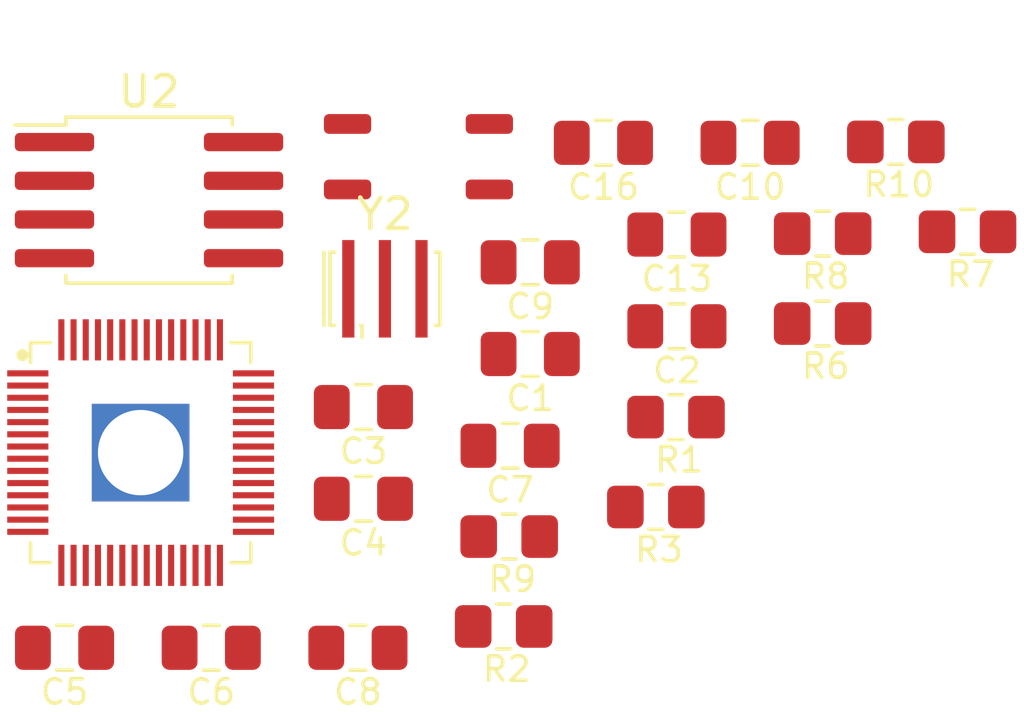
<source format=kicad_pcb>
(kicad_pcb (version 20211014) (generator pcbnew)
  (title_block (title "main board") (date "2022-11-26") (rev "V2.2") (company "Saeki.A"))
  (layers (0 "F.Cu" signal) (31 "B.Cu" signal) (34 "B.Paste" user) (35 "F.Paste" user) (36 "B.SilkS" user "B.Silkscreen") (37 "F.SilkS" user "F.Silkscreen") (38 "B.Mask" user) (39 "F.Mask" user) (44 "Edge.Cuts" user))
  (net 0 "")
  (net 1 "GND")
  (net 2 "+1V1")
  (net 3 "+3V3")
  (net 4 "Net-(R3-Pad1)")
  (net 5 "Net-(C9-Pad1)")
  (net 6 "USB_DM")
  (net 7 "USB_DP")
  (net 8 "ADC_VREF")
  (net 9 "QSPI_SS")
  (net 10 "QSPI_SD1")
  (net 11 "QSPI_SD2")
  (net 12 "QSPI_SD0")
  (net 13 "QSPI_CLK")
  (net 14 "QSPI_SD3")
  (net 15 "Net-(R1-Pad1)")
  (net 16 "Net-(R2-Pad1)")
  (net 17 "Net-(R6-Pad1)")
  (net 18 "Net-(R6-Pad2)")
  (net 19 "/RUN(RES){slash}30")
  (net 20 "/GPIO00{slash}01")
  (net 21 "/GPIO01{slash}02")
  (net 22 "/GPIO02{slash}04")
  (net 23 "/GPIO03{slash}05")
  (net 24 "/GPIO04{slash}06")
  (net 25 "/GPIO05{slash}07")
  (net 26 "/GPIO06{slash}09")
  (net 27 "/GPIO07{slash}10")
  (net 28 "/GPIO08{slash}11")
  (net 29 "/GPIO09{slash}12")
  (net 30 "/GPIO10{slash}14")
  (net 31 "/GPIO11{slash}15")
  (net 32 "/GPIO12{slash}16")
  (net 33 "/GPIO13{slash}17")
  (net 34 "/GPIO14{slash}19")
  (net 35 "/GPIO15{slash}20")
  (net 36 "Net-(U1-Pad20)")
  (net 39 "/GPIO16{slash}21")
  (net 40 "/GPIO17{slash}22")
  (net 41 "/GPIO18{slash}24")
  (net 42 "/GPIO19{slash}25")
  (net 43 "/GPIO20{slash}26")
  (net 44 "/GPIO21{slash}27")
  (net 45 "/GPIO22{slash}29")
  (net 49 "/GPIO26{slash}31")
  (net 50 "/GPIO27{slash}32")
  (net 51 "/GPIO28{slash}34")
  (footprint "rp2040-dev-board:Capacitor_0805_2012" (layer "F.Cu") (at 65.35 153.64)
    (fp_text reference "C8" (at 0 1.45 180) (layer "F.SilkS") (effects (font (size 0.8 0.8) (thickness 0.12))))
    (fp_text value "100nF")
    (fp_line (start -0.261252 -0.735) (end 0.261252 -0.735) (layer "F.SilkS") (width 0.12))
    (fp_line (start -0.261252 0.735) (end 0.261252 0.735) (layer "F.SilkS") (width 0.12))
    (pad "1" smd roundrect (at -1.0375 0) (size 1.175 1.45) (layers "F.Cu" "F.Paste" "F.Mask") (roundrect_rratio 0.212766) (net 3 "+3V3"))
    (pad "2" smd roundrect (at 1.0375 0) (size 1.175 1.45) (layers "F.Cu" "F.Paste" "F.Mask") (roundrect_rratio 0.212766) (net 1 "GND"))
  )
  (footprint "rp2040-dev-board:Register_0805_2012" (layer "F.Cu") (at 70.41 149.89)
    (fp_text reference "R9" (at 0 1.5 180) (layer "F.SilkS") (effects (font (size 0.8 0.8) (thickness 0.12))))
    (fp_text value "200R")
    (fp_line (start -0.327064 0.835) (end 0.127064 0.835) (layer "F.SilkS") (width 0.12))
    (fp_line (start -0.327064 -0.635) (end 0.127064 -0.635) (layer "F.SilkS") (width 0.12))
    (pad "1" smd roundrect (at -1.1 0.1) (size 1.2 1.4) (layers "F.Cu" "F.Paste" "F.Mask") (roundrect_rratio 0.208333) (net 8 "ADC_VREF"))
    (pad "2" smd roundrect (at 0.9 0.1) (size 1.2 1.4) (layers "F.Cu" "F.Paste" "F.Mask") (roundrect_rratio 0.208333) (net 3 "+3V3"))
  )
  (footprint "rp2040-dev-board:Capacitor_0805_2012" (layer "F.Cu") (at 71 140.99)
    (fp_text reference "C9" (at 0 1.45 180) (layer "F.SilkS") (effects (font (size 0.8 0.8) (thickness 0.12))))
    (fp_text value "1uF")
    (fp_line (start -0.261252 0.735) (end 0.261252 0.735) (layer "F.SilkS") (width 0.12))
    (fp_line (start -0.261252 -0.735) (end 0.261252 -0.735) (layer "F.SilkS") (width 0.12))
    (pad "1" smd roundrect (at -1.0375 0) (size 1.175 1.45) (layers "F.Cu" "F.Paste" "F.Mask") (roundrect_rratio 0.212766) (net 5 "Net-(C9-Pad1)"))
    (pad "2" smd roundrect (at 1.0375 0) (size 1.175 1.45) (layers "F.Cu" "F.Paste" "F.Mask") (roundrect_rratio 0.212766) (net 1 "GND"))
  )
  (footprint "rp2040-dev-board:Capacitor_0805_2012" (layer "F.Cu") (at 65.53 145.74)
    (fp_text reference "C3" (at 0 1.45 180) (layer "F.SilkS") (effects (font (size 0.8 0.8) (thickness 0.12))))
    (fp_text value "1uF")
    (fp_line (start -0.261252 0.735) (end 0.261252 0.735) (layer "F.SilkS") (width 0.12))
    (fp_line (start -0.261252 -0.735) (end 0.261252 -0.735) (layer "F.SilkS") (width 0.12))
    (pad "1" smd roundrect (at -1.0375 0) (size 1.175 1.45) (layers "F.Cu" "F.Paste" "F.Mask") (roundrect_rratio 0.212766) (net 2 "+1V1"))
    (pad "2" smd roundrect (at 1.0375 0) (size 1.175 1.45) (layers "F.Cu" "F.Paste" "F.Mask") (roundrect_rratio 0.212766) (net 1 "GND"))
  )
  (footprint "rp2040-dev-board:W25Q16-128JV-SOIC" (layer "F.Cu") (at 58.5 138.95)
    (fp_text reference "U2" (at 0 -3.56) (layer "F.SilkS"))
    (fp_text value "W25Q128JVS")
    (fp_line (start 0 2.725) (end 2.725 2.725) (layer "F.SilkS") (width 0.12))
    (fp_line (start -2.725 -2.465) (end -4.4 -2.465) (layer "F.SilkS") (width 0.12))
    (fp_line (start -2.725 2.725) (end -2.725 2.465) (layer "F.SilkS") (width 0.12))
    (fp_line (start 0 -2.725) (end 2.725 -2.725) (layer "F.SilkS") (width 0.12))
    (fp_line (start -2.725 -2.725) (end -2.725 -2.465) (layer "F.SilkS") (width 0.12))
    (fp_line (start 0 2.725) (end -2.725 2.725) (layer "F.SilkS") (width 0.12))
    (fp_line (start 2.725 2.725) (end 2.725 2.465) (layer "F.SilkS") (width 0.12))
    (fp_line (start 2.725 -2.725) (end 2.725 -2.465) (layer "F.SilkS") (width 0.12))
    (fp_line (start 0 -2.725) (end -2.725 -2.725) (layer "F.SilkS") (width 0.12))
    (pad "1" smd roundrect (at -3.1 -1.905) (size 2.6 0.6) (layers "F.Cu" "F.Paste" "F.Mask") (net 9 "QSPI_SS"))
    (pad "2" smd roundrect (at -3.1 -0.635) (size 2.6 0.6) (layers "F.Cu" "F.Paste" "F.Mask") (net 10 "QSPI_SD1"))
    (pad "3" smd roundrect (at -3.1 0.635) (size 2.6 0.6) (layers "F.Cu" "F.Paste" "F.Mask") (net 11 "QSPI_SD2"))
    (pad "4" smd roundrect (at -3.1 1.905) (size 2.6 0.6) (layers "F.Cu" "F.Paste" "F.Mask") (net 1 "GND"))
    (pad "5" smd roundrect (at 3.1 1.905) (size 2.6 0.6) (layers "F.Cu" "F.Paste" "F.Mask") (net 12 "QSPI_SD0"))
    (pad "6" smd roundrect (at 3.1 0.635) (size 2.6 0.6) (layers "F.Cu" "F.Paste" "F.Mask") (net 13 "QSPI_CLK"))
    (pad "7" smd roundrect (at 3.1 -0.635) (size 2.6 0.6) (layers "F.Cu" "F.Paste" "F.Mask") (net 14 "QSPI_SD3"))
    (pad "8" smd roundrect (at 3.1 -1.905) (size 2.6 0.6) (layers "F.Cu" "F.Paste" "F.Mask") (net 3 "+3V3"))
  )
  (footprint "rp2040-dev-board:Capacitor_0805_2012" (layer "F.Cu") (at 70.34 147.01)
    (fp_text reference "C7" (at 0 1.45 180) (layer "F.SilkS") (effects (font (size 0.8 0.8) (thickness 0.12))))
    (fp_text value "100nF")
    (fp_line (start -0.261252 0.735) (end 0.261252 0.735) (layer "F.SilkS") (width 0.12))
    (fp_line (start -0.261252 -0.735) (end 0.261252 -0.735) (layer "F.SilkS") (width 0.12))
    (pad "1" smd roundrect (at -1.0375 0) (size 1.175 1.45) (layers "F.Cu" "F.Paste" "F.Mask") (roundrect_rratio 0.212766) (net 3 "+3V3"))
    (pad "2" smd roundrect (at 1.0375 0) (size 1.175 1.45) (layers "F.Cu" "F.Paste" "F.Mask") (roundrect_rratio 0.212766) (net 1 "GND"))
  )
  (footprint "rp2040-dev-board:RP2040_hand" (layer "F.Cu") (at 58.225 147.235)
    (fp_text reference "U1" hide)
    (fp_text value "RP2040" hide)
    (fp_line (start -3.61 -3.61) (end -3.61 -2.96) (layer "F.SilkS") (width 0.12))
    (fp_line (start 2.96 -3.61) (end 3.61 -3.61) (layer "F.SilkS") (width 0.12))
    (fp_line (start 2.96 3.61) (end 3.61 3.61) (layer "F.SilkS") (width 0.12))
    (fp_line (start -3.61 3.61) (end -3.61 2.96) (layer "F.SilkS") (width 0.12))
    (fp_line (start -2.96 -3.61) (end -3.61 -3.61) (layer "F.SilkS") (width 0.12))
    (fp_line (start 3.61 -3.61) (end 3.61 -2.96) (layer "F.SilkS") (width 0.12))
    (fp_line (start -2.96 3.61) (end -3.61 3.61) (layer "F.SilkS") (width 0.12))
    (fp_line (start 3.61 3.61) (end 3.61 2.96) (layer "F.SilkS") (width 0.12))
    (fp_circle (center -3.875 -3.2) (end -3.875 -3.1) (layer "F.SilkS") (width 0.2) (fill none))
    (pad "1" smd rect (at -3.7 -2.6 90) (size 0.2 1.35) (layers "F.Cu" "F.Paste" "F.Mask") (net 3 "+3V3"))
    (pad "2" smd rect (at -3.7 -2.2 90) (size 0.2 1.35) (layers "F.Cu" "F.Paste" "F.Mask") (net 20 "/GPIO00{slash}01"))
    (pad "3" smd rect (at -3.7 -1.8 90) (size 0.2 1.35) (layers "F.Cu" "F.Paste" "F.Mask") (net 21 "/GPIO01{slash}02"))
    (pad "4" smd rect (at -3.7 -1.4 90) (size 0.2 1.35) (layers "F.Cu" "F.Paste" "F.Mask") (net 22 "/GPIO02{slash}04"))
    (pad "5" smd rect (at -3.7 -1 90) (size 0.2 1.35) (layers "F.Cu" "F.Paste" "F.Mask") (net 23 "/GPIO03{slash}05"))
    (pad "6" smd rect (at -3.7 -0.6 90) (size 0.2 1.35) (layers "F.Cu" "F.Paste" "F.Mask") (net 24 "/GPIO04{slash}06"))
    (pad "7" smd rect (at -3.7 -0.2 90) (size 0.2 1.35) (layers "F.Cu" "F.Paste" "F.Mask") (net 25 "/GPIO05{slash}07"))
    (pad "8" smd rect (at -3.7 0.2 90) (size 0.2 1.35) (layers "F.Cu" "F.Paste" "F.Mask") (net 26 "/GPIO06{slash}09"))
    (pad "9" smd rect (at -3.7 0.6 90) (size 0.2 1.35) (layers "F.Cu" "F.Paste" "F.Mask") (net 27 "/GPIO07{slash}10"))
    (pad "10" smd rect (at -3.7 1 90) (size 0.2 1.35) (layers "F.Cu" "F.Paste" "F.Mask") (net 3 "+3V3"))
    (pad "11" smd rect (at -3.7 1.4 90) (size 0.2 1.35) (layers "F.Cu" "F.Paste" "F.Mask") (net 28 "/GPIO08{slash}11"))
    (pad "12" smd rect (at -3.7 1.8 90) (size 0.2 1.35) (layers "F.Cu" "F.Paste" "F.Mask") (net 29 "/GPIO09{slash}12"))
    (pad "13" smd rect (at -3.7 2.2 90) (size 0.2 1.35) (layers "F.Cu" "F.Paste" "F.Mask") (net 30 "/GPIO10{slash}14"))
    (pad "14" smd rect (at -3.7 2.6 90) (size 0.2 1.35) (layers "F.Cu" "F.Paste" "F.Mask") (net 31 "/GPIO11{slash}15"))
    (pad "15" smd rect (at -2.6 3.7) (size 0.2 1.35) (layers "F.Cu" "F.Paste" "F.Mask") (net 32 "/GPIO12{slash}16"))
    (pad "16" smd rect (at -2.2 3.7) (size 0.2 1.35) (layers "F.Cu" "F.Paste" "F.Mask") (net 33 "/GPIO13{slash}17"))
    (pad "17" smd rect (at -1.8 3.7) (size 0.2 1.35) (layers "F.Cu" "F.Paste" "F.Mask") (net 34 "/GPIO14{slash}19"))
    (pad "18" smd rect (at -1.4 3.7) (size 0.2 1.35) (layers "F.Cu" "F.Paste" "F.Mask") (net 35 "/GPIO15{slash}20"))
    (pad "19" smd rect (at -1 3.7) (size 0.2 1.35) (layers "F.Cu" "F.Paste" "F.Mask") (net 1 "GND"))
    (pad "20" smd rect (at -0.6 3.7) (size 0.2 1.35) (layers "F.Cu" "F.Paste" "F.Mask") (net 36 "Net-(U1-Pad20)"))
    (pad "21" smd rect (at -0.2 3.7) (size 0.2 1.35) (layers "F.Cu" "F.Paste" "F.Mask") (net 17 "Net-(R6-Pad1)"))
    (pad "22" smd rect (at 0.2 3.7) (size 0.2 1.35) (layers "F.Cu" "F.Paste" "F.Mask") (net 3 "+3V3"))
    (pad "23" smd rect (at 0.6 3.7) (size 0.2 1.35) (layers "F.Cu" "F.Paste" "F.Mask") (net 2 "+1V1"))
    (pad "24" smd rect (at 1 3.7) (size 0.2 1.35) (layers "F.Cu" "F.Paste" "F.Mask"))
    (pad "25" smd rect (at 1.4 3.7) (size 0.2 1.35) (layers "F.Cu" "F.Paste" "F.Mask"))
    (pad "26" smd rect (at 1.8 3.7) (size 0.2 1.35) (layers "F.Cu" "F.Paste" "F.Mask") (net 19 "/RUN(RES){slash}30"))
    (pad "27" smd rect (at 2.2 3.7) (size 0.2 1.35) (layers "F.Cu" "F.Paste" "F.Mask") (net 39 "/GPIO16{slash}21"))
    (pad "28" smd rect (at 2.6 3.7) (size 0.2 1.35) (layers "F.Cu" "F.Paste" "F.Mask") (net 40 "/GPIO17{slash}22"))
    (pad "29" smd rect (at 3.7 2.6 90) (size 0.2 1.35) (layers "F.Cu" "F.Paste" "F.Mask") (net 41 "/GPIO18{slash}24"))
    (pad "30" smd rect (at 3.7 2.2 90) (size 0.2 1.35) (layers "F.Cu" "F.Paste" "F.Mask") (net 42 "/GPIO19{slash}25"))
    (pad "31" smd rect (at 3.7 1.8 90) (size 0.2 1.35) (layers "F.Cu" "F.Paste" "F.Mask") (net 43 "/GPIO20{slash}26"))
    (pad "32" smd rect (at 3.7 1.4 90) (size 0.2 1.35) (layers "F.Cu" "F.Paste" "F.Mask") (net 44 "/GPIO21{slash}27"))
    (pad "33" smd rect (at 3.7 1 90) (size 0.2 1.35) (layers "F.Cu" "F.Paste" "F.Mask") (net 3 "+3V3"))
    (pad "34" smd rect (at 3.7 0.6 90) (size 0.2 1.35) (layers "F.Cu" "F.Paste" "F.Mask") (net 45 "/GPIO22{slash}29"))
    (pad "35" smd rect (at 3.7 0.2 90) (size 0.2 1.35) (layers "F.Cu" "F.Paste" "F.Mask"))
    (pad "36" smd rect (at 3.7 -0.2 90) (size 0.2 1.35) (layers "F.Cu" "F.Paste" "F.Mask"))
    (pad "37" smd rect (at 3.7 -0.6 90) (size 0.2 1.35) (layers "F.Cu" "F.Paste" "F.Mask"))
    (pad "38" smd rect (at 3.7 -1 90) (size 0.2 1.35) (layers "F.Cu" "F.Paste" "F.Mask") (net 49 "/GPIO26{slash}31"))
    (pad "39" smd rect (at 3.7 -1.4 90) (size 0.2 1.35) (layers "F.Cu" "F.Paste" "F.Mask") (net 50 "/GPIO27{slash}32"))
    (pad "40" smd rect (at 3.7 -1.8 90) (size 0.2 1.35) (layers "F.Cu" "F.Paste" "F.Mask") (net 51 "/GPIO28{slash}34"))
    (pad "41" smd rect (at 3.7 -2.2 90) (size 0.2 1.35) (layers "F.Cu" "F.Paste" "F.Mask"))
    (pad "42" smd rect (at 3.7 -2.6 90) (size 0.2 1.35) (layers "F.Cu" "F.Paste" "F.Mask") (net 3 "+3V3"))
    (pad "43" smd rect (at 2.6 -3.7) (size 0.2 1.35) (layers "F.Cu" "F.Paste" "F.Mask") (net 5 "Net-(C9-Pad1)"))
    (pad "44" smd rect (at 2.2 -3.7) (size 0.2 1.35) (layers "F.Cu" "F.Paste" "F.Mask") (net 3 "+3V3"))
    (pad "45" smd rect (at 1.8 -3.7) (size 0.2 1.35) (layers "F.Cu" "F.Paste" "F.Mask") (net 2 "+1V1"))
    (pad "46" smd rect (at 1.4 -3.7) (size 0.2 1.35) (layers "F.Cu" "F.Paste" "F.Mask") (net 16 "Net-(R2-Pad1)"))
    (pad "47" smd rect (at 1 -3.7) (size 0.2 1.35) (layers "F.Cu" "F.Paste" "F.Mask") (net 15 "Net-(R1-Pad1)"))
    (pad "48" smd rect (at 0.6 -3.7) (size 0.2 1.35) (layers "F.Cu" "F.Paste" "F.Mask") (net 3 "+3V3"))
    (pad "49" smd rect (at 0.2 -3.7) (size 0.2 1.35) (layers "F.Cu" "F.Paste" "F.Mask") (net 3 "+3V3"))
    (pad "50" smd rect (at -0.2 -3.7) (size 0.2 1.35) (layers "F.Cu" "F.Paste" "F.Mask") (net 2 "+1V1"))
    (pad "51" smd rect (at -0.6 -3.7) (size 0.2 1.35) (layers "F.Cu" "F.Paste" "F.Mask") (net 14 "QSPI_SD3"))
    (pad "52" smd rect (at -1 -3.7) (size 0.2 1.35) (layers "F.Cu" "F.Paste" "F.Mask") (net 13 "QSPI_CLK"))
    (pad "53" smd rect (at -1.4 -3.7) (size 0.2 1.35) (layers "F.Cu" "F.Paste" "F.Mask") (net 12 "QSPI_SD0"))
    (pad "54" smd rect (at -1.8 -3.7) (size 0.2 1.35) (layers "F.Cu" "F.Paste" "F.Mask") (net 11 "QSPI_SD2"))
    (pad "55" smd rect (at -2.2 -3.7) (size 0.2 1.35) (layers "F.Cu" "F.Paste" "F.Mask") (net 10 "QSPI_SD1"))
    (pad "56" smd rect (at -2.6 -3.7) (size 0.2 1.35) (layers "F.Cu" "F.Paste" "F.Mask") (net 9 "QSPI_SS"))
    (pad "57" thru_hole rect (at 0 0) (size 3.2 3.2) (drill 2.8) (layers *.Cu *.Mask) (net 1 "GND"))
  )
  (footprint "rp2040-dev-board:Register_0805_2012" (layer "F.Cu") (at 75.22 148.92)
    (fp_text reference "R3" (at 0 1.5 180) (layer "F.SilkS") (effects (font (size 0.8 0.8) (thickness 0.12))))
    (fp_text value "1kR")
    (fp_line (start -0.327064 0.835) (end 0.127064 0.835) (layer "F.SilkS") (width 0.12))
    (fp_line (start -0.327064 -0.635) (end 0.127064 -0.635) (layer "F.SilkS") (width 0.12))
    (pad "1" smd roundrect (at -1.1 0.1) (size 1.2 1.4) (layers "F.Cu" "F.Paste" "F.Mask") (roundrect_rratio 0.208333) (net 4 "Net-(R3-Pad1)"))
    (pad "2" smd roundrect (at 0.9 0.1) (size 1.2 1.4) (layers "F.Cu" "F.Paste" "F.Mask") (roundrect_rratio 0.208333) (net 9 "QSPI_SS"))
  )
  (footprint "rp2040-dev-board:Capacitor_0805_2012" (layer "F.Cu") (at 71 144)
    (fp_text reference "C1" (at 0 1.45 180) (layer "F.SilkS") (effects (font (size 0.8 0.8) (thickness 0.12))))
    (fp_text value "100nF")
    (fp_line (start -0.261252 0.735) (end 0.261252 0.735) (layer "F.SilkS") (width 0.12))
    (fp_line (start -0.261252 -0.735) (end 0.261252 -0.735) (layer "F.SilkS") (width 0.12))
    (pad "1" smd roundrect (at -1.0375 0) (size 1.175 1.45) (layers "F.Cu" "F.Paste" "F.Mask") (roundrect_rratio 0.212766) (net 2 "+1V1"))
    (pad "2" smd roundrect (at 1.0375 0) (size 1.175 1.45) (layers "F.Cu" "F.Paste" "F.Mask") (roundrect_rratio 0.212766) (net 1 "GND"))
  )
  (footprint "rp2040-dev-board:Capacitor_0805_2012" (layer "F.Cu") (at 75.81 143.09)
    (fp_text reference "C2" (at 0 1.45 180) (layer "F.SilkS") (effects (font (size 0.8 0.8) (thickness 0.12))))
    (fp_text value "100nF")
    (fp_line (start -0.261252 -0.735) (end 0.261252 -0.735) (layer "F.SilkS") (width 0.12))
    (fp_line (start -0.261252 0.735) (end 0.261252 0.735) (layer "F.SilkS") (width 0.12))
    (pad "1" smd roundrect (at -1.0375 0) (size 1.175 1.45) (layers "F.Cu" "F.Paste" "F.Mask") (roundrect_rratio 0.212766) (net 2 "+1V1"))
    (pad "2" smd roundrect (at 1.0375 0) (size 1.175 1.45) (layers "F.Cu" "F.Paste" "F.Mask") (roundrect_rratio 0.212766) (net 1 "GND"))
  )
  (footprint "rp2040-dev-board:Capacitor_0805_2012" (layer "F.Cu") (at 75.81 140.08)
    (fp_text reference "C13" (at 0 1.45 180) (layer "F.SilkS") (effects (font (size 0.8 0.8) (thickness 0.12))))
    (fp_text value "100nF")
    (fp_line (start -0.261252 0.735) (end 0.261252 0.735) (layer "F.SilkS") (width 0.12))
    (fp_line (start -0.261252 -0.735) (end 0.261252 -0.735) (layer "F.SilkS") (width 0.12))
    (pad "1" smd roundrect (at -1.0375 0) (size 1.175 1.45) (layers "F.Cu" "F.Paste" "F.Mask") (roundrect_rratio 0.212766) (net 3 "+3V3"))
    (pad "2" smd roundrect (at 1.0375 0) (size 1.175 1.45) (layers "F.Cu" "F.Paste" "F.Mask") (roundrect_rratio 0.212766) (net 1 "GND"))
  )
  (footprint "rp2040-dev-board:Register_0805_2012" (layer "F.Cu") (at 80.69 139.95)
    (fp_text reference "R8" (at 0 1.5 180) (layer "F.SilkS") (effects (font (size 0.8 0.8) (thickness 0.12))))
    (fp_text value "10kR")
    (fp_line (start -0.327064 -0.635) (end 0.127064 -0.635) (layer "F.SilkS") (width 0.12))
    (fp_line (start -0.327064 0.835) (end 0.127064 0.835) (layer "F.SilkS") (width 0.12))
    (pad "1" smd roundrect (at -1.1 0.1) (size 1.2 1.4) (layers "F.Cu" "F.Paste" "F.Mask") (roundrect_rratio 0.208333) (net 9 "QSPI_SS"))
    (pad "2" smd roundrect (at 0.9 0.1) (size 1.2 1.4) (layers "F.Cu" "F.Paste" "F.Mask") (roundrect_rratio 0.208333) (net 3 "+3V3"))
  )
  (footprint "Crystal:Resonator_SMD_Murata_CSTxExxV-3Pin_3.0x1.1mm_HandSoldering" (layer "F.Cu") (at 66.235 141.86)
    (fp_text reference "Y2" (at 0 -2.45) (layer "F.SilkS"))
    (fp_text value "12Mhz")
    (fp_line (start -0.75 1.2) (end -0.75 1.6) (layer "F.SilkS") (width 0.12))
    (fp_line (start 1.8 -1.2) (end 1.8 0.8) (layer "F.SilkS") (width 0.12))
    (fp_line (start -1.8 0.8) (end -1.8 1.2) (layer "F.SilkS") (width 0.12))
    (fp_line (start -1.8 0.8) (end -1.8 -1.2) (layer "F.SilkS") (width 0.12))
    (fp_line (start -2 -1.2) (end -2 0.8) (layer "F.SilkS") (width 0.12))
    (fp_line (start -1.8 -1.2) (end -1.65 -1.2) (layer "F.SilkS") (width 0.12))
    (fp_line (start -2 0.8) (end -2 1.2) (layer "F.SilkS") (width 0.12))
    (fp_line (start 1.8 -1.2) (end 1.65 -1.2) (layer "F.SilkS") (width 0.12))
    (fp_line (start -1.8 1.2) (end -1.65 1.2) (layer "F.SilkS") (width 0.12))
    (fp_line (start 1.8 1.2) (end 1.65 1.2) (layer "F.SilkS") (width 0.12))
    (fp_line (start -0.75 1.2) (end -0.8 1.2) (layer "F.SilkS") (width 0.12))
    (fp_line (start 1.8 0.8) (end 1.8 1.2) (layer "F.SilkS") (width 0.12))
    (pad "1" smd rect (at -1.2 0) (size 0.4 3.2) (layers "F.Cu" "F.Paste" "F.Mask") (net 36 "Net-(U1-Pad20)"))
    (pad "2" smd rect (at 0 0) (size 0.4 3.2) (layers "F.Cu" "F.Paste" "F.Mask") (net 1 "GND"))
    (pad "3" smd rect (at 1.2 0) (size 0.4 3.2) (layers "F.Cu" "F.Paste" "F.Mask") (net 18 "Net-(R6-Pad2)"))
  )
  (footprint "rp2040-dev-board:Capacitor_0805_2012" (layer "F.Cu") (at 65.53 148.75)
    (fp_text reference "C4" (at 0 1.45 180) (layer "F.SilkS") (effects (font (size 0.8 0.8) (thickness 0.12))))
    (fp_text value "100nF")
    (fp_line (start -0.261252 -0.735) (end 0.261252 -0.735) (layer "F.SilkS") (width 0.12))
    (fp_line (start -0.261252 0.735) (end 0.261252 0.735) (layer "F.SilkS") (width 0.12))
    (pad "1" smd roundrect (at -1.0375 0) (size 1.175 1.45) (layers "F.Cu" "F.Paste" "F.Mask") (roundrect_rratio 0.212766) (net 3 "+3V3"))
    (pad "2" smd roundrect (at 1.0375 0) (size 1.175 1.45) (layers "F.Cu" "F.Paste" "F.Mask") (roundrect_rratio 0.212766) (net 1 "GND"))
  )
  (footprint "rp2040-dev-board:Capacitor_0805_2012" (layer "F.Cu") (at 78.21 137.07)
    (fp_text reference "C10" (at 0 1.45 180) (layer "F.SilkS") (effects (font (size 0.8 0.8) (thickness 0.12))))
    (fp_text value "100nF")
    (fp_line (start -0.261252 0.735) (end 0.261252 0.735) (layer "F.SilkS") (width 0.12))
    (fp_line (start -0.261252 -0.735) (end 0.261252 -0.735) (layer "F.SilkS") (width 0.12))
    (pad "1" smd roundrect (at -1.0375 0) (size 1.175 1.45) (layers "F.Cu" "F.Paste" "F.Mask") (roundrect_rratio 0.212766) (net 3 "+3V3"))
    (pad "2" smd roundrect (at 1.0375 0) (size 1.175 1.45) (layers "F.Cu" "F.Paste" "F.Mask") (roundrect_rratio 0.212766) (net 1 "GND"))
  )
  (footprint "rp2040-dev-board:Register_0805_2012" (layer "F.Cu") (at 83.09 136.94)
    (fp_text reference "R10" (at 0 1.5 180) (layer "F.SilkS") (effects (font (size 0.8 0.8) (thickness 0.12))))
    (fp_text value "1R")
    (fp_line (start -0.327064 -0.635) (end 0.127064 -0.635) (layer "F.SilkS") (width 0.12))
    (fp_line (start -0.327064 0.835) (end 0.127064 0.835) (layer "F.SilkS") (width 0.12))
    (pad "1" smd roundrect (at -1.1 0.1) (size 1.2 1.4) (layers "F.Cu" "F.Paste" "F.Mask") (roundrect_rratio 0.208333) (net 5 "Net-(C9-Pad1)"))
    (pad "2" smd roundrect (at 0.9 0.1) (size 1.2 1.4) (layers "F.Cu" "F.Paste" "F.Mask") (roundrect_rratio 0.208333) (net 8 "ADC_VREF"))
  )
  (footprint "rp2040-dev-board:Register_0805_2012" (layer "F.Cu") (at 70.23 152.84)
    (fp_text reference "R2" (at 0 1.5 180) (layer "F.SilkS") (effects (font (size 0.8 0.8) (thickness 0.12))))
    (fp_text value "27.4R")
    (fp_line (start -0.327064 0.835) (end 0.127064 0.835) (layer "F.SilkS") (width 0.12))
    (fp_line (start -0.327064 -0.635) (end 0.127064 -0.635) (layer "F.SilkS") (width 0.12))
    (pad "1" smd roundrect (at -1.1 0.1) (size 1.2 1.4) (layers "F.Cu" "F.Paste" "F.Mask") (roundrect_rratio 0.208333) (net 16 "Net-(R2-Pad1)"))
    (pad "2" smd roundrect (at 0.9 0.1) (size 1.2 1.4) (layers "F.Cu" "F.Paste" "F.Mask") (roundrect_rratio 0.208333) (net 6 "USB_DM"))
  )
  (footprint "rp2040-dev-board:Capacitor_0805_2012" (layer "F.Cu") (at 55.73 153.64)
    (fp_text reference "C5" (at 0 1.45 180) (layer "F.SilkS") (effects (font (size 0.8 0.8) (thickness 0.12))))
    (fp_text value "1uF")
    (fp_line (start -0.261252 -0.735) (end 0.261252 -0.735) (layer "F.SilkS") (width 0.12))
    (fp_line (start -0.261252 0.735) (end 0.261252 0.735) (layer "F.SilkS") (width 0.12))
    (pad "1" smd roundrect (at -1.0375 0) (size 1.175 1.45) (layers "F.Cu" "F.Paste" "F.Mask") (roundrect_rratio 0.212766) (net 3 "+3V3"))
    (pad "2" smd roundrect (at 1.0375 0) (size 1.175 1.45) (layers "F.Cu" "F.Paste" "F.Mask") (roundrect_rratio 0.212766) (net 1 "GND"))
  )
  (footprint "rp2040-dev-board:Register_0805_2012" (layer "F.Cu") (at 85.44 139.89)
    (fp_text reference "R7" (at 0 1.5 180) (layer "F.SilkS") (effects (font (size 0.8 0.8) (thickness 0.12))))
    (fp_text value "1kR")
    (fp_line (start -0.327064 0.835) (end 0.127064 0.835) (layer "F.SilkS") (width 0.12))
    (fp_line (start -0.327064 -0.635) (end 0.127064 -0.635) (layer "F.SilkS") (width 0.12))
    (pad "1" smd roundrect (at -1.1 0.1) (size 1.2 1.4) (layers "F.Cu" "F.Paste" "F.Mask") (roundrect_rratio 0.208333) (net 19 "/RUN(RES){slash}30"))
    (pad "2" smd roundrect (at 0.9 0.1) (size 1.2 1.4) (layers "F.Cu" "F.Paste" "F.Mask") (roundrect_rratio 0.208333) (net 3 "+3V3"))
  )
  (footprint "rp2040-dev-board:Capacitor_0805_2012" (layer "F.Cu") (at 60.54 153.64)
    (fp_text reference "C6" (at 0 1.45 180) (layer "F.SilkS") (effects (font (size 0.8 0.8) (thickness 0.12))))
    (fp_text value "100nF")
    (fp_line (start -0.261252 0.735) (end 0.261252 0.735) (layer "F.SilkS") (width 0.12))
    (fp_line (start -0.261252 -0.735) (end 0.261252 -0.735) (layer "F.SilkS") (width 0.12))
    (pad "1" smd roundrect (at -1.0375 0) (size 1.175 1.45) (layers "F.Cu" "F.Paste" "F.Mask") (roundrect_rratio 0.212766) (net 3 "+3V3"))
    (pad "2" smd roundrect (at 1.0375 0) (size 1.175 1.45) (layers "F.Cu" "F.Paste" "F.Mask") (roundrect_rratio 0.212766) (net 1 "GND"))
  )
  (footprint "rp2040-dev-board:Register_0805_2012" (layer "F.Cu") (at 75.88 145.97)
    (fp_text reference "R1" (at 0 1.5 180) (layer "F.SilkS") (effects (font (size 0.8 0.8) (thickness 0.12))))
    (fp_text value "27.4R")
    (fp_line (start -0.327064 0.835) (end 0.127064 0.835) (layer "F.SilkS") (width 0.12))
    (fp_line (start -0.327064 -0.635) (end 0.127064 -0.635) (layer "F.SilkS") (width 0.12))
    (pad "1" smd roundrect (at -1.1 0.1) (size 1.2 1.4) (layers "F.Cu" "F.Paste" "F.Mask") (roundrect_rratio 0.208333) (net 15 "Net-(R1-Pad1)"))
    (pad "2" smd roundrect (at 0.9 0.1) (size 1.2 1.4) (layers "F.Cu" "F.Paste" "F.Mask") (roundrect_rratio 0.208333) (net 7 "USB_DP"))
  )
  (footprint "rp2040-dev-board:Register_0805_2012" (layer "F.Cu") (at 80.69 142.9)
    (fp_text reference "R6" (at 0 1.5 180) (layer "F.SilkS") (effects (font (size 0.8 0.8) (thickness 0.12))))
    (fp_text value "1kR")
    (fp_line (start -0.327064 -0.635) (end 0.127064 -0.635) (layer "F.SilkS") (width 0.12))
    (fp_line (start -0.327064 0.835) (end 0.127064 0.835) (layer "F.SilkS") (width 0.12))
    (pad "1" smd roundrect (at -1.1 0.1) (size 1.2 1.4) (layers "F.Cu" "F.Paste" "F.Mask") (roundrect_rratio 0.208333) (net 17 "Net-(R6-Pad1)"))
    (pad "2" smd roundrect (at 0.9 0.1) (size 1.2 1.4) (layers "F.Cu" "F.Paste" "F.Mask") (roundrect_rratio 0.208333) (net 18 "Net-(R6-Pad2)"))
  )
  (footprint "rp2040-dev-board:Capacitor_0805_2012" (layer "F.Cu") (at 73.4 137.07)
    (fp_text reference "C16" (at 0 1.45 180) (layer "F.SilkS") (effects (font (size 0.8 0.8) (thickness 0.12))))
    (fp_text value "100nF")
    (fp_line (start -0.261252 -0.735) (end 0.261252 -0.735) (layer "F.SilkS") (width 0.12))
    (fp_line (start -0.261252 0.735) (end 0.261252 0.735) (layer "F.SilkS") (width 0.12))
    (pad "1" smd roundrect (at -1.0375 0) (size 1.175 1.45) (layers "F.Cu" "F.Paste" "F.Mask") (roundrect_rratio 0.212766) (net 3 "+3V3"))
    (pad "2" smd roundrect (at 1.0375 0) (size 1.175 1.45) (layers "F.Cu" "F.Paste" "F.Mask") (roundrect_rratio 0.212766) (net 1 "GND"))
  )
  (footprint "rp2040-dev-board:SKRPABE010" (layer "F.Cu") (at 67.335 137.525)
    (fp_text reference "SW1")
    (fp_text value "SW_Push")
    (pad "1" smd roundrect (at 2.325 -1.075) (size 1.55 0.65) (layers "F.Cu" "F.Paste" "F.Mask") (net 1 "GND"))
    (pad "1" smd roundrect (at -2.325 -1.075) (size 1.55 0.65) (layers "F.Cu" "F.Paste" "F.Mask") (net 1 "GND"))
    (pad "2" smd roundrect (at -2.325 1.075) (size 1.55 0.65) (layers "F.Cu" "F.Paste" "F.Mask") (net 4 "Net-(R3-Pad1)"))
    (pad "2" smd roundrect (at 2.325 1.075) (size 1.55 0.65) (layers "F.Cu" "F.Paste" "F.Mask") (net 4 "Net-(R3-Pad1)"))
  )
)
</source>
